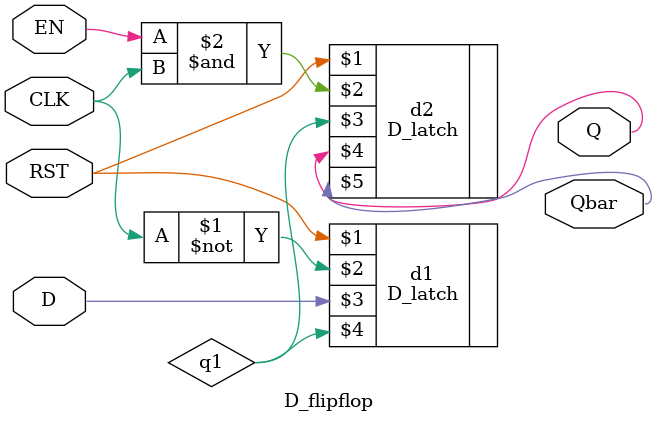
<source format=v>
`timescale 1ns / 1ps


module D_flipflop( //rising edge
    input RST,
    input EN,
    input CLK,
    input D,
    output Q,
    output Qbar
    );

    wire q1, q, qb;
    D_latch d1(RST, ~CLK, D, q1, );
    D_latch d2(RST, EN & CLK, q1, Q, Qbar);

    /*wire ctl;
    edge_detector e(CLK, ctl);
    //SR_latch_gated s(CLR, ctl & D, ctl & ~D, Q, Qbar);
    D_latch d(ctl, D, Q, Qbar);*/

endmodule

</source>
